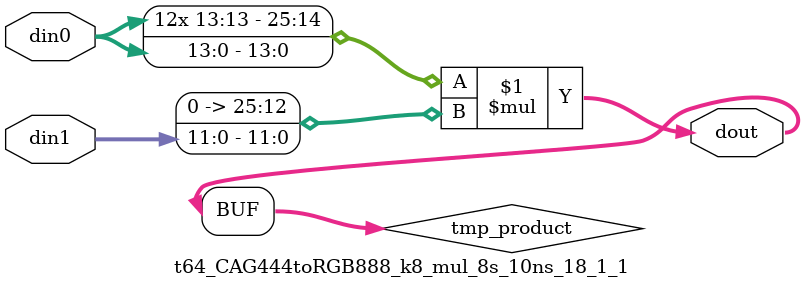
<source format=v>

`timescale 1 ns / 1 ps

  module t64_CAG444toRGB888_k8_mul_8s_10ns_18_1_1(din0, din1, dout);
parameter ID = 1;
parameter NUM_STAGE = 0;
parameter din0_WIDTH = 14;
parameter din1_WIDTH = 12;
parameter dout_WIDTH = 26;

input [din0_WIDTH - 1 : 0] din0; 
input [din1_WIDTH - 1 : 0] din1; 
output [dout_WIDTH - 1 : 0] dout;

wire signed [dout_WIDTH - 1 : 0] tmp_product;












assign tmp_product = $signed(din0) * $signed({1'b0, din1});









assign dout = tmp_product;







endmodule

</source>
